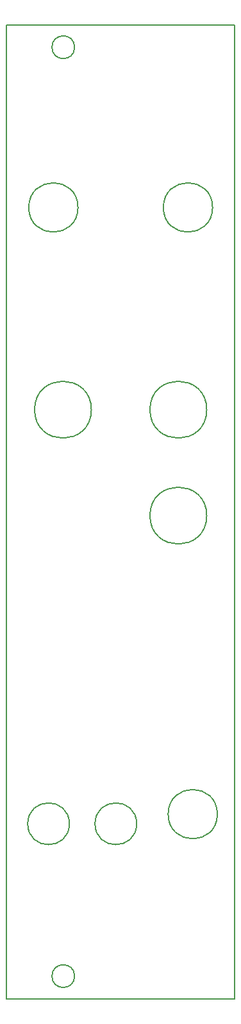
<source format=gko>
G04 #@! TF.GenerationSoftware,KiCad,Pcbnew,5.1.7-a382d34a8~87~ubuntu18.04.1*
G04 #@! TF.CreationDate,2021-01-14T14:08:13+00:00*
G04 #@! TF.ProjectId,bad-trip-panel,6261642d-7472-4697-902d-70616e656c2e,rev?*
G04 #@! TF.SameCoordinates,Original*
G04 #@! TF.FileFunction,Profile,NP*
%FSLAX46Y46*%
G04 Gerber Fmt 4.6, Leading zero omitted, Abs format (unit mm)*
G04 Created by KiCad (PCBNEW 5.1.7-a382d34a8~87~ubuntu18.04.1) date 2021-01-14 14:08:13*
%MOMM*%
%LPD*%
G01*
G04 APERTURE LIST*
G04 #@! TA.AperFunction,Profile*
%ADD10C,0.200000*%
G04 #@! TD*
G04 APERTURE END LIST*
D10*
X145277320Y-24535620D02*
X145277320Y-152935620D01*
X115137320Y-24535620D02*
X145277320Y-24535620D01*
X145277320Y-152935620D02*
X115137320Y-152935620D01*
X115137320Y-152935620D02*
X115137320Y-24535620D01*
X141587320Y-89205620D02*
G75*
G03*
X141587320Y-89205620I-3750000J0D01*
G01*
X141587320Y-75235620D02*
G75*
G03*
X141587320Y-75235620I-3750000J0D01*
G01*
X126347320Y-75235620D02*
G75*
G03*
X126347320Y-75235620I-3750000J0D01*
G01*
X142357320Y-48565620D02*
G75*
G03*
X142357320Y-48565620I-3250000J0D01*
G01*
X124577320Y-48565620D02*
G75*
G03*
X124577320Y-48565620I-3250000J0D01*
G01*
X124137320Y-149935620D02*
G75*
G03*
X124137320Y-149935620I-1500000J0D01*
G01*
X124137320Y-27435620D02*
G75*
G03*
X124137320Y-27435620I-1500000J0D01*
G01*
X142987320Y-128575620D02*
G75*
G03*
X142987320Y-128575620I-3250000J0D01*
G01*
X132327319Y-129845620D02*
G75*
G03*
X132327319Y-129845620I-2749999J0D01*
G01*
X123437320Y-129845620D02*
G75*
G03*
X123437320Y-129845620I-2750000J0D01*
G01*
M02*

</source>
